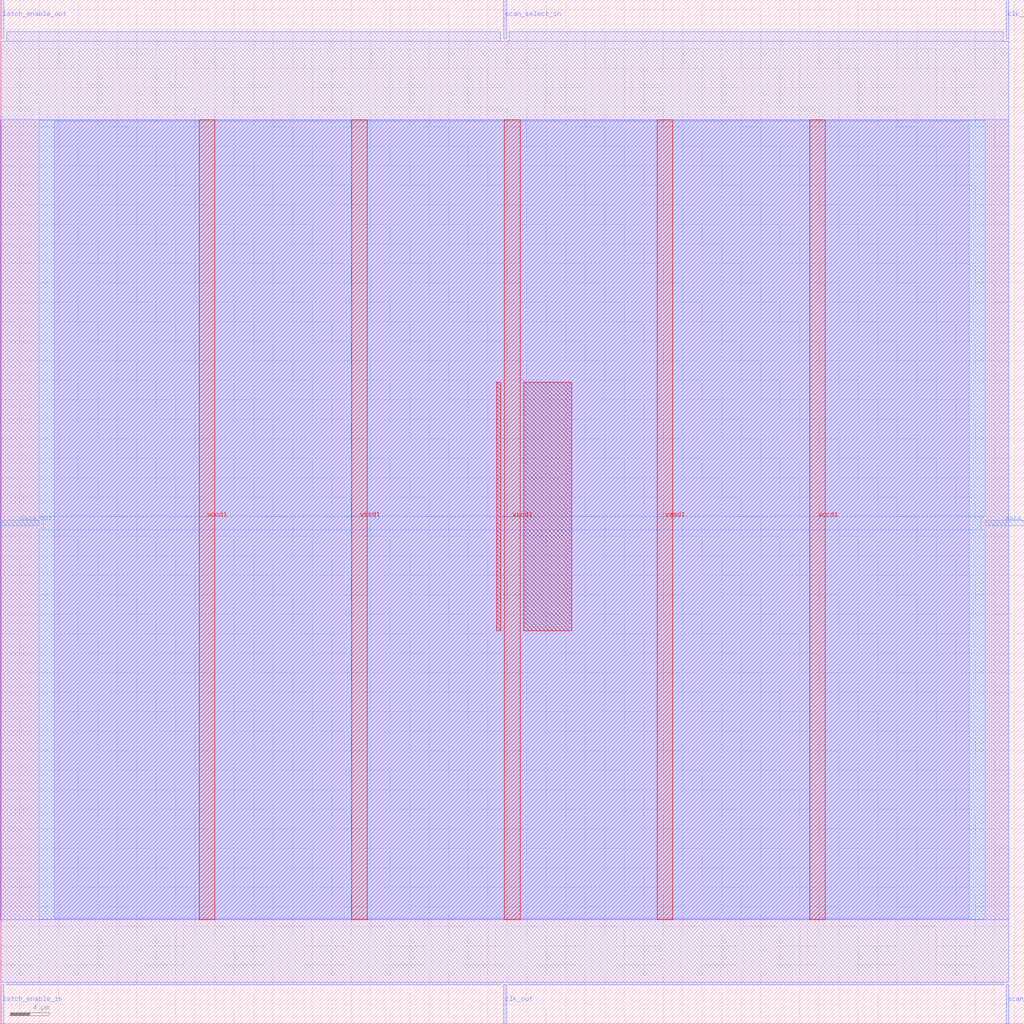
<source format=lef>
VERSION 5.7 ;
  NOWIREEXTENSIONATPIN ON ;
  DIVIDERCHAR "/" ;
  BUSBITCHARS "[]" ;
MACRO scan_wrapper_341516949939814994
  CLASS BLOCK ;
  FOREIGN scan_wrapper_341516949939814994 ;
  ORIGIN 0.000 0.000 ;
  SIZE 105.000 BY 105.000 ;
  PIN clk_in
    DIRECTION INPUT ;
    USE SIGNAL ;
    PORT
      LAYER met2 ;
        RECT 103.130 101.000 103.410 105.000 ;
    END
  END clk_in
  PIN clk_out
    DIRECTION OUTPUT TRISTATE ;
    USE SIGNAL ;
    PORT
      LAYER met2 ;
        RECT 51.610 0.000 51.890 4.000 ;
    END
  END clk_out
  PIN data_in
    DIRECTION INPUT ;
    USE SIGNAL ;
    PORT
      LAYER met3 ;
        RECT 101.000 51.040 105.000 51.640 ;
    END
  END data_in
  PIN data_out
    DIRECTION OUTPUT TRISTATE ;
    USE SIGNAL ;
    PORT
      LAYER met3 ;
        RECT 0.000 51.040 4.000 51.640 ;
    END
  END data_out
  PIN latch_enable_in
    DIRECTION INPUT ;
    USE SIGNAL ;
    PORT
      LAYER met2 ;
        RECT 0.090 0.000 0.370 4.000 ;
    END
  END latch_enable_in
  PIN latch_enable_out
    DIRECTION OUTPUT TRISTATE ;
    USE SIGNAL ;
    PORT
      LAYER met2 ;
        RECT 0.090 101.000 0.370 105.000 ;
    END
  END latch_enable_out
  PIN scan_select_in
    DIRECTION INPUT ;
    USE SIGNAL ;
    PORT
      LAYER met2 ;
        RECT 51.610 101.000 51.890 105.000 ;
    END
  END scan_select_in
  PIN scan_select_out
    DIRECTION OUTPUT TRISTATE ;
    USE SIGNAL ;
    PORT
      LAYER met2 ;
        RECT 103.130 0.000 103.410 4.000 ;
    END
  END scan_select_out
  PIN vccd1
    DIRECTION INPUT ;
    USE POWER ;
    PORT
      LAYER met4 ;
        RECT 20.380 10.640 21.980 92.720 ;
    END
    PORT
      LAYER met4 ;
        RECT 51.700 10.640 53.300 92.720 ;
    END
    PORT
      LAYER met4 ;
        RECT 83.020 10.640 84.620 92.720 ;
    END
  END vccd1
  PIN vssd1
    DIRECTION INPUT ;
    USE GROUND ;
    PORT
      LAYER met4 ;
        RECT 36.040 10.640 37.640 92.720 ;
    END
    PORT
      LAYER met4 ;
        RECT 67.360 10.640 68.960 92.720 ;
    END
  END vssd1
  OBS
      LAYER li1 ;
        RECT 5.520 10.795 99.360 92.565 ;
      LAYER met1 ;
        RECT 0.070 10.640 103.430 92.720 ;
      LAYER met2 ;
        RECT 0.650 100.720 51.330 101.730 ;
        RECT 52.170 100.720 102.850 101.730 ;
        RECT 0.100 4.280 103.400 100.720 ;
        RECT 0.650 4.000 51.330 4.280 ;
        RECT 52.170 4.000 102.850 4.280 ;
      LAYER met3 ;
        RECT 4.000 52.040 101.000 92.645 ;
        RECT 4.400 50.640 100.600 52.040 ;
        RECT 4.000 10.715 101.000 50.640 ;
      LAYER met4 ;
        RECT 50.895 40.295 51.300 65.785 ;
        RECT 53.700 40.295 58.585 65.785 ;
  END
END scan_wrapper_341516949939814994
END LIBRARY


</source>
